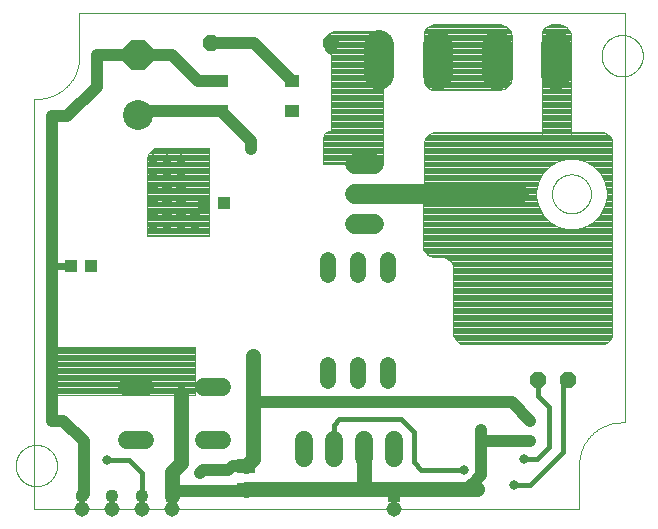
<source format=gbl>
G75*
%MOIN*%
%OFA0B0*%
%FSLAX25Y25*%
%IPPOS*%
%LPD*%
%AMOC8*
5,1,8,0,0,1.08239X$1,22.5*
%
%ADD10C,0.00394*%
%ADD11C,0.00000*%
%ADD12C,0.05937*%
%ADD13R,0.03937X0.04331*%
%ADD14R,0.05118X0.03937*%
%ADD15C,0.10000*%
%ADD16OC8,0.10000*%
%ADD17R,0.04134X0.04252*%
%ADD18C,0.10000*%
%ADD19OC8,0.05200*%
%ADD20C,0.06600*%
%ADD21C,0.05200*%
%ADD22R,0.04362X0.04362*%
%ADD23C,0.04362*%
%ADD24C,0.05150*%
%ADD25R,0.04252X0.04134*%
%ADD26R,0.06299X0.05118*%
%ADD27C,0.06000*%
%ADD28C,0.03169*%
%ADD29C,0.04000*%
%ADD30C,0.05000*%
%ADD31C,0.03200*%
%ADD32C,0.02400*%
%ADD33C,0.01600*%
%ADD34C,0.03562*%
D10*
X0014189Y0005042D02*
X0195882Y0005042D01*
X0195882Y0019609D02*
X0195886Y0019951D01*
X0195899Y0020294D01*
X0195919Y0020636D01*
X0195948Y0020977D01*
X0195985Y0021317D01*
X0196031Y0021657D01*
X0196084Y0021995D01*
X0196146Y0022332D01*
X0196216Y0022667D01*
X0196294Y0023001D01*
X0196380Y0023332D01*
X0196474Y0023662D01*
X0196576Y0023989D01*
X0196685Y0024313D01*
X0196803Y0024635D01*
X0196928Y0024954D01*
X0197061Y0025269D01*
X0197202Y0025582D01*
X0197350Y0025890D01*
X0197505Y0026196D01*
X0197668Y0026497D01*
X0197838Y0026794D01*
X0198015Y0027087D01*
X0198200Y0027376D01*
X0198391Y0027660D01*
X0198589Y0027940D01*
X0198793Y0028214D01*
X0199005Y0028484D01*
X0199222Y0028748D01*
X0199446Y0029007D01*
X0199677Y0029261D01*
X0199913Y0029509D01*
X0200155Y0029751D01*
X0200403Y0029987D01*
X0200657Y0030218D01*
X0200916Y0030442D01*
X0201180Y0030659D01*
X0201450Y0030871D01*
X0201724Y0031075D01*
X0202004Y0031273D01*
X0202288Y0031464D01*
X0202577Y0031649D01*
X0202870Y0031826D01*
X0203167Y0031996D01*
X0203468Y0032159D01*
X0203774Y0032314D01*
X0204082Y0032462D01*
X0204395Y0032603D01*
X0204710Y0032736D01*
X0205029Y0032861D01*
X0205351Y0032979D01*
X0205675Y0033088D01*
X0206002Y0033190D01*
X0206332Y0033284D01*
X0206663Y0033370D01*
X0206997Y0033448D01*
X0207332Y0033518D01*
X0207669Y0033580D01*
X0208007Y0033633D01*
X0208347Y0033679D01*
X0208687Y0033716D01*
X0209028Y0033745D01*
X0209370Y0033765D01*
X0209713Y0033778D01*
X0210055Y0033782D01*
X0211039Y0033782D02*
X0211039Y0170396D01*
X0029346Y0170396D01*
X0029346Y0155830D01*
X0029342Y0155488D01*
X0029329Y0155145D01*
X0029309Y0154803D01*
X0029280Y0154462D01*
X0029243Y0154122D01*
X0029197Y0153782D01*
X0029144Y0153444D01*
X0029082Y0153107D01*
X0029012Y0152772D01*
X0028934Y0152438D01*
X0028848Y0152107D01*
X0028754Y0151777D01*
X0028652Y0151450D01*
X0028543Y0151126D01*
X0028425Y0150804D01*
X0028300Y0150485D01*
X0028167Y0150170D01*
X0028026Y0149857D01*
X0027878Y0149549D01*
X0027723Y0149243D01*
X0027560Y0148942D01*
X0027390Y0148645D01*
X0027213Y0148352D01*
X0027028Y0148063D01*
X0026837Y0147779D01*
X0026639Y0147499D01*
X0026435Y0147225D01*
X0026223Y0146955D01*
X0026006Y0146691D01*
X0025782Y0146432D01*
X0025551Y0146178D01*
X0025315Y0145930D01*
X0025073Y0145688D01*
X0024825Y0145452D01*
X0024571Y0145221D01*
X0024312Y0144997D01*
X0024048Y0144780D01*
X0023778Y0144568D01*
X0023504Y0144364D01*
X0023224Y0144166D01*
X0022940Y0143975D01*
X0022651Y0143790D01*
X0022358Y0143613D01*
X0022061Y0143443D01*
X0021760Y0143280D01*
X0021454Y0143125D01*
X0021146Y0142977D01*
X0020833Y0142836D01*
X0020518Y0142703D01*
X0020199Y0142578D01*
X0019877Y0142460D01*
X0019553Y0142351D01*
X0019226Y0142249D01*
X0018896Y0142155D01*
X0018565Y0142069D01*
X0018231Y0141991D01*
X0017896Y0141921D01*
X0017559Y0141859D01*
X0017221Y0141806D01*
X0016881Y0141760D01*
X0016541Y0141723D01*
X0016200Y0141694D01*
X0015858Y0141674D01*
X0015515Y0141661D01*
X0015173Y0141657D01*
X0014189Y0141656D02*
X0014189Y0005042D01*
X0018272Y0043007D02*
X0018272Y0059007D01*
X0067925Y0059007D01*
X0067925Y0042995D01*
X0024898Y0042995D01*
X0018272Y0043007D01*
X0018272Y0043072D02*
X0067925Y0043072D01*
X0067925Y0043464D02*
X0018272Y0043464D01*
X0018272Y0043856D02*
X0067925Y0043856D01*
X0067925Y0044248D02*
X0018272Y0044248D01*
X0018272Y0044641D02*
X0067925Y0044641D01*
X0067925Y0045033D02*
X0018272Y0045033D01*
X0018272Y0045425D02*
X0067925Y0045425D01*
X0067925Y0045817D02*
X0018272Y0045817D01*
X0018272Y0046210D02*
X0067925Y0046210D01*
X0067925Y0046602D02*
X0018272Y0046602D01*
X0018272Y0046994D02*
X0067925Y0046994D01*
X0067925Y0047386D02*
X0018272Y0047386D01*
X0018272Y0047778D02*
X0067925Y0047778D01*
X0067925Y0048171D02*
X0018272Y0048171D01*
X0018272Y0048563D02*
X0067925Y0048563D01*
X0067925Y0048955D02*
X0018272Y0048955D01*
X0018272Y0049347D02*
X0067925Y0049347D01*
X0067925Y0049739D02*
X0018272Y0049739D01*
X0018272Y0050132D02*
X0067925Y0050132D01*
X0067925Y0050524D02*
X0018272Y0050524D01*
X0018272Y0050916D02*
X0067925Y0050916D01*
X0067925Y0051308D02*
X0018272Y0051308D01*
X0018272Y0051700D02*
X0067925Y0051700D01*
X0067925Y0052093D02*
X0018272Y0052093D01*
X0018272Y0052485D02*
X0067925Y0052485D01*
X0067925Y0052877D02*
X0018272Y0052877D01*
X0018272Y0053269D02*
X0067925Y0053269D01*
X0067925Y0053662D02*
X0018272Y0053662D01*
X0018272Y0054054D02*
X0067925Y0054054D01*
X0067925Y0054446D02*
X0018272Y0054446D01*
X0018272Y0054838D02*
X0067925Y0054838D01*
X0067925Y0055230D02*
X0018272Y0055230D01*
X0018272Y0055623D02*
X0067925Y0055623D01*
X0067925Y0056015D02*
X0018272Y0056015D01*
X0018272Y0056407D02*
X0067925Y0056407D01*
X0067925Y0056799D02*
X0018272Y0056799D01*
X0018272Y0057191D02*
X0067925Y0057191D01*
X0067925Y0057584D02*
X0018272Y0057584D01*
X0018272Y0057976D02*
X0067925Y0057976D01*
X0067925Y0058368D02*
X0018272Y0058368D01*
X0018272Y0058760D02*
X0067925Y0058760D01*
X0072457Y0095987D02*
X0051827Y0095987D01*
X0051827Y0121416D01*
X0051887Y0122100D01*
X0052064Y0122763D01*
X0052354Y0123385D01*
X0052748Y0123947D01*
X0053233Y0124432D01*
X0053795Y0124826D01*
X0054417Y0125116D01*
X0055080Y0125293D01*
X0055764Y0125353D01*
X0072457Y0125353D01*
X0072457Y0095987D01*
X0072457Y0096020D02*
X0051827Y0096020D01*
X0051827Y0096413D02*
X0072457Y0096413D01*
X0072457Y0096805D02*
X0051827Y0096805D01*
X0051827Y0097197D02*
X0072457Y0097197D01*
X0072457Y0097589D02*
X0051827Y0097589D01*
X0051827Y0097982D02*
X0072457Y0097982D01*
X0072457Y0098374D02*
X0051827Y0098374D01*
X0051827Y0098766D02*
X0072457Y0098766D01*
X0072457Y0099158D02*
X0051827Y0099158D01*
X0051827Y0099550D02*
X0072457Y0099550D01*
X0072457Y0099943D02*
X0051827Y0099943D01*
X0051827Y0100335D02*
X0072457Y0100335D01*
X0072457Y0100727D02*
X0051827Y0100727D01*
X0051827Y0101119D02*
X0072457Y0101119D01*
X0072457Y0101511D02*
X0051827Y0101511D01*
X0051827Y0101904D02*
X0072457Y0101904D01*
X0072457Y0102296D02*
X0051827Y0102296D01*
X0051827Y0102688D02*
X0072457Y0102688D01*
X0072457Y0103080D02*
X0051827Y0103080D01*
X0051827Y0103472D02*
X0072457Y0103472D01*
X0072457Y0103865D02*
X0051827Y0103865D01*
X0051827Y0104257D02*
X0072457Y0104257D01*
X0072457Y0104649D02*
X0051827Y0104649D01*
X0051827Y0105041D02*
X0072457Y0105041D01*
X0072457Y0105434D02*
X0051827Y0105434D01*
X0051827Y0105826D02*
X0072457Y0105826D01*
X0072457Y0106218D02*
X0051827Y0106218D01*
X0051827Y0106610D02*
X0072457Y0106610D01*
X0072457Y0107002D02*
X0051827Y0107002D01*
X0051827Y0107395D02*
X0072457Y0107395D01*
X0072457Y0107787D02*
X0051827Y0107787D01*
X0051827Y0108179D02*
X0072457Y0108179D01*
X0072457Y0108571D02*
X0051827Y0108571D01*
X0051827Y0108963D02*
X0072457Y0108963D01*
X0072457Y0109356D02*
X0051827Y0109356D01*
X0051827Y0109748D02*
X0072457Y0109748D01*
X0072457Y0110140D02*
X0051827Y0110140D01*
X0051827Y0110532D02*
X0072457Y0110532D01*
X0072457Y0110925D02*
X0051827Y0110925D01*
X0051827Y0111317D02*
X0072457Y0111317D01*
X0072457Y0111709D02*
X0051827Y0111709D01*
X0051827Y0112101D02*
X0072457Y0112101D01*
X0072457Y0112493D02*
X0051827Y0112493D01*
X0051827Y0112886D02*
X0072457Y0112886D01*
X0072457Y0113278D02*
X0051827Y0113278D01*
X0051827Y0113670D02*
X0072457Y0113670D01*
X0072457Y0114062D02*
X0051827Y0114062D01*
X0051827Y0114454D02*
X0072457Y0114454D01*
X0072457Y0114847D02*
X0051827Y0114847D01*
X0051827Y0115239D02*
X0072457Y0115239D01*
X0072457Y0115631D02*
X0051827Y0115631D01*
X0051827Y0116023D02*
X0072457Y0116023D01*
X0072457Y0116415D02*
X0051827Y0116415D01*
X0051827Y0116808D02*
X0072457Y0116808D01*
X0072457Y0117200D02*
X0051827Y0117200D01*
X0051827Y0117592D02*
X0072457Y0117592D01*
X0072457Y0117984D02*
X0051827Y0117984D01*
X0051827Y0118377D02*
X0072457Y0118377D01*
X0072457Y0118769D02*
X0051827Y0118769D01*
X0051827Y0119161D02*
X0072457Y0119161D01*
X0072457Y0119553D02*
X0051827Y0119553D01*
X0051827Y0119945D02*
X0072457Y0119945D01*
X0072457Y0120338D02*
X0051827Y0120338D01*
X0051827Y0120730D02*
X0072457Y0120730D01*
X0072457Y0121122D02*
X0051827Y0121122D01*
X0051835Y0121514D02*
X0072457Y0121514D01*
X0072457Y0121906D02*
X0051870Y0121906D01*
X0051940Y0122299D02*
X0072457Y0122299D01*
X0072457Y0122691D02*
X0052045Y0122691D01*
X0052214Y0123083D02*
X0072457Y0123083D01*
X0072457Y0123475D02*
X0052418Y0123475D01*
X0052692Y0123868D02*
X0072457Y0123868D01*
X0072457Y0124260D02*
X0053061Y0124260D01*
X0053547Y0124652D02*
X0072457Y0124652D01*
X0072457Y0125044D02*
X0054264Y0125044D01*
X0110528Y0125044D02*
X0130606Y0125044D01*
X0130606Y0124652D02*
X0110528Y0124652D01*
X0110528Y0124260D02*
X0130606Y0124260D01*
X0130606Y0123868D02*
X0110528Y0123868D01*
X0110528Y0123475D02*
X0130606Y0123475D01*
X0130606Y0123083D02*
X0110528Y0123083D01*
X0110528Y0122691D02*
X0130606Y0122691D01*
X0130606Y0122299D02*
X0110528Y0122299D01*
X0110528Y0121906D02*
X0130606Y0121906D01*
X0130606Y0121514D02*
X0110528Y0121514D01*
X0110528Y0121122D02*
X0130606Y0121122D01*
X0130606Y0120730D02*
X0110528Y0120730D01*
X0110528Y0120338D02*
X0130606Y0120338D01*
X0130606Y0120015D02*
X0110528Y0120015D01*
X0110528Y0128270D01*
X0110581Y0128808D01*
X0110737Y0129325D01*
X0110992Y0129802D01*
X0111335Y0130219D01*
X0111752Y0130562D01*
X0112229Y0130817D01*
X0112746Y0130973D01*
X0113283Y0131026D01*
X0113283Y0156617D01*
X0112851Y0156660D01*
X0112435Y0156786D01*
X0112052Y0156990D01*
X0111716Y0157266D01*
X0111440Y0157602D01*
X0111236Y0157985D01*
X0111110Y0158401D01*
X0111067Y0158833D01*
X0111067Y0160330D01*
X0111127Y0161013D01*
X0111304Y0161676D01*
X0111594Y0162298D01*
X0111988Y0162860D01*
X0112473Y0163345D01*
X0113035Y0163739D01*
X0113657Y0164029D01*
X0114320Y0164207D01*
X0115004Y0164267D01*
X0130606Y0164267D01*
X0130606Y0120015D01*
X0130606Y0125436D02*
X0110528Y0125436D01*
X0110528Y0125829D02*
X0130606Y0125829D01*
X0130606Y0126221D02*
X0110528Y0126221D01*
X0110528Y0126613D02*
X0130606Y0126613D01*
X0130606Y0127005D02*
X0110528Y0127005D01*
X0110528Y0127397D02*
X0130606Y0127397D01*
X0130606Y0127790D02*
X0110528Y0127790D01*
X0110528Y0128182D02*
X0130606Y0128182D01*
X0130606Y0128574D02*
X0110557Y0128574D01*
X0110628Y0128966D02*
X0130606Y0128966D01*
X0130606Y0129358D02*
X0110755Y0129358D01*
X0110965Y0129751D02*
X0130606Y0129751D01*
X0130606Y0130143D02*
X0111272Y0130143D01*
X0111720Y0130535D02*
X0130606Y0130535D01*
X0130606Y0130927D02*
X0112594Y0130927D01*
X0113283Y0131320D02*
X0130606Y0131320D01*
X0130606Y0131712D02*
X0113283Y0131712D01*
X0113283Y0132104D02*
X0130606Y0132104D01*
X0130606Y0132496D02*
X0113283Y0132496D01*
X0113283Y0132888D02*
X0130606Y0132888D01*
X0130606Y0133281D02*
X0113283Y0133281D01*
X0113283Y0133673D02*
X0130606Y0133673D01*
X0130606Y0134065D02*
X0113283Y0134065D01*
X0113283Y0134457D02*
X0130606Y0134457D01*
X0130606Y0134849D02*
X0113283Y0134849D01*
X0113283Y0135242D02*
X0130606Y0135242D01*
X0130606Y0135634D02*
X0113283Y0135634D01*
X0113283Y0136026D02*
X0130606Y0136026D01*
X0130606Y0136418D02*
X0113283Y0136418D01*
X0113283Y0136811D02*
X0130606Y0136811D01*
X0130606Y0137203D02*
X0113283Y0137203D01*
X0113283Y0137595D02*
X0130606Y0137595D01*
X0130606Y0137987D02*
X0113283Y0137987D01*
X0113283Y0138379D02*
X0130606Y0138379D01*
X0130606Y0138772D02*
X0113283Y0138772D01*
X0113283Y0139164D02*
X0130606Y0139164D01*
X0130606Y0139556D02*
X0113283Y0139556D01*
X0113283Y0139948D02*
X0130606Y0139948D01*
X0130606Y0140340D02*
X0113283Y0140340D01*
X0113283Y0140733D02*
X0130606Y0140733D01*
X0130606Y0141125D02*
X0113283Y0141125D01*
X0113283Y0141517D02*
X0130606Y0141517D01*
X0130606Y0141909D02*
X0113283Y0141909D01*
X0113283Y0142301D02*
X0130606Y0142301D01*
X0130606Y0142694D02*
X0113283Y0142694D01*
X0113283Y0143086D02*
X0130606Y0143086D01*
X0130606Y0143478D02*
X0113283Y0143478D01*
X0113283Y0143870D02*
X0130606Y0143870D01*
X0130606Y0144263D02*
X0113283Y0144263D01*
X0113283Y0144655D02*
X0130606Y0144655D01*
X0130606Y0145047D02*
X0113283Y0145047D01*
X0113283Y0145439D02*
X0130606Y0145439D01*
X0130606Y0145831D02*
X0113283Y0145831D01*
X0113283Y0146224D02*
X0130606Y0146224D01*
X0130606Y0146616D02*
X0113283Y0146616D01*
X0113283Y0147008D02*
X0130606Y0147008D01*
X0130606Y0147400D02*
X0113283Y0147400D01*
X0113283Y0147792D02*
X0130606Y0147792D01*
X0130606Y0148185D02*
X0113283Y0148185D01*
X0113283Y0148577D02*
X0130606Y0148577D01*
X0130606Y0148969D02*
X0113283Y0148969D01*
X0113283Y0149361D02*
X0130606Y0149361D01*
X0130606Y0149754D02*
X0113283Y0149754D01*
X0113283Y0150146D02*
X0130606Y0150146D01*
X0130606Y0150538D02*
X0113283Y0150538D01*
X0113283Y0150930D02*
X0130606Y0150930D01*
X0130606Y0151322D02*
X0113283Y0151322D01*
X0113283Y0151715D02*
X0130606Y0151715D01*
X0130606Y0152107D02*
X0113283Y0152107D01*
X0113283Y0152499D02*
X0130606Y0152499D01*
X0130606Y0152891D02*
X0113283Y0152891D01*
X0113283Y0153283D02*
X0130606Y0153283D01*
X0130606Y0153676D02*
X0113283Y0153676D01*
X0113283Y0154068D02*
X0130606Y0154068D01*
X0130606Y0154460D02*
X0113283Y0154460D01*
X0113283Y0154852D02*
X0130606Y0154852D01*
X0130606Y0155244D02*
X0113283Y0155244D01*
X0113283Y0155637D02*
X0130606Y0155637D01*
X0130606Y0156029D02*
X0113283Y0156029D01*
X0113283Y0156421D02*
X0130606Y0156421D01*
X0130606Y0156813D02*
X0112383Y0156813D01*
X0111790Y0157206D02*
X0130606Y0157206D01*
X0130606Y0157598D02*
X0111444Y0157598D01*
X0111234Y0157990D02*
X0130606Y0157990D01*
X0130606Y0158382D02*
X0111115Y0158382D01*
X0111073Y0158774D02*
X0130606Y0158774D01*
X0130606Y0159167D02*
X0111067Y0159167D01*
X0111067Y0159559D02*
X0130606Y0159559D01*
X0130606Y0159951D02*
X0111067Y0159951D01*
X0111068Y0160343D02*
X0130606Y0160343D01*
X0130606Y0160735D02*
X0111102Y0160735D01*
X0111157Y0161128D02*
X0130606Y0161128D01*
X0130606Y0161520D02*
X0111262Y0161520D01*
X0111414Y0161912D02*
X0130606Y0161912D01*
X0130606Y0162304D02*
X0111599Y0162304D01*
X0111873Y0162697D02*
X0130606Y0162697D01*
X0130606Y0163089D02*
X0112217Y0163089D01*
X0112667Y0163481D02*
X0130606Y0163481D01*
X0130606Y0163873D02*
X0113323Y0163873D01*
X0114990Y0164265D02*
X0130606Y0164265D01*
X0144117Y0163234D02*
X0144110Y0162522D01*
X0144110Y0148574D01*
X0144117Y0147862D01*
X0144262Y0147166D01*
X0144540Y0146511D01*
X0144941Y0145923D01*
X0145448Y0145425D01*
X0146043Y0145035D01*
X0146703Y0144769D01*
X0147402Y0144637D01*
X0168811Y0144637D01*
X0169560Y0144642D01*
X0170297Y0144776D01*
X0170999Y0145037D01*
X0171645Y0145416D01*
X0172216Y0145901D01*
X0172694Y0146478D01*
X0173064Y0147129D01*
X0173316Y0147835D01*
X0173441Y0148574D01*
X0173441Y0162522D01*
X0173316Y0163261D01*
X0173064Y0163967D01*
X0172694Y0164618D01*
X0172216Y0165195D01*
X0171645Y0165680D01*
X0170999Y0166059D01*
X0170297Y0166320D01*
X0169560Y0166455D01*
X0168811Y0166459D01*
X0147402Y0166459D01*
X0146703Y0166327D01*
X0146043Y0166061D01*
X0145448Y0165671D01*
X0144941Y0165173D01*
X0144540Y0164585D01*
X0144262Y0163930D01*
X0144117Y0163234D01*
X0144115Y0163089D02*
X0173345Y0163089D01*
X0173411Y0162697D02*
X0144112Y0162697D01*
X0144110Y0162304D02*
X0173441Y0162304D01*
X0173441Y0161912D02*
X0144110Y0161912D01*
X0144110Y0161520D02*
X0173441Y0161520D01*
X0173441Y0161128D02*
X0144110Y0161128D01*
X0144110Y0160735D02*
X0173441Y0160735D01*
X0173441Y0160343D02*
X0144110Y0160343D01*
X0144110Y0159951D02*
X0173441Y0159951D01*
X0173441Y0159559D02*
X0144110Y0159559D01*
X0144110Y0159167D02*
X0173441Y0159167D01*
X0173441Y0158774D02*
X0144110Y0158774D01*
X0144110Y0158382D02*
X0173441Y0158382D01*
X0173441Y0157990D02*
X0144110Y0157990D01*
X0144110Y0157598D02*
X0173441Y0157598D01*
X0173441Y0157206D02*
X0144110Y0157206D01*
X0144110Y0156813D02*
X0173441Y0156813D01*
X0173441Y0156421D02*
X0144110Y0156421D01*
X0144110Y0156029D02*
X0173441Y0156029D01*
X0173441Y0155637D02*
X0144110Y0155637D01*
X0144110Y0155244D02*
X0173441Y0155244D01*
X0173441Y0154852D02*
X0144110Y0154852D01*
X0144110Y0154460D02*
X0173441Y0154460D01*
X0173441Y0154068D02*
X0144110Y0154068D01*
X0144110Y0153676D02*
X0173441Y0153676D01*
X0173441Y0153283D02*
X0144110Y0153283D01*
X0144110Y0152891D02*
X0173441Y0152891D01*
X0173441Y0152499D02*
X0144110Y0152499D01*
X0144110Y0152107D02*
X0173441Y0152107D01*
X0173441Y0151715D02*
X0144110Y0151715D01*
X0144110Y0151322D02*
X0173441Y0151322D01*
X0173441Y0150930D02*
X0144110Y0150930D01*
X0144110Y0150538D02*
X0173441Y0150538D01*
X0173441Y0150146D02*
X0144110Y0150146D01*
X0144110Y0149754D02*
X0173441Y0149754D01*
X0173441Y0149361D02*
X0144110Y0149361D01*
X0144110Y0148969D02*
X0173441Y0148969D01*
X0173441Y0148577D02*
X0144110Y0148577D01*
X0144114Y0148185D02*
X0173375Y0148185D01*
X0173301Y0147792D02*
X0144131Y0147792D01*
X0144213Y0147400D02*
X0173161Y0147400D01*
X0172995Y0147008D02*
X0144329Y0147008D01*
X0144496Y0146616D02*
X0172772Y0146616D01*
X0172483Y0146224D02*
X0144736Y0146224D01*
X0145034Y0145831D02*
X0172134Y0145831D01*
X0171673Y0145439D02*
X0145434Y0145439D01*
X0146025Y0145047D02*
X0171016Y0145047D01*
X0169632Y0144655D02*
X0147306Y0144655D01*
X0148191Y0130554D02*
X0203047Y0130554D01*
X0203731Y0130494D01*
X0204394Y0130317D01*
X0205016Y0130026D01*
X0205578Y0129633D01*
X0206063Y0129148D01*
X0206457Y0128585D01*
X0206747Y0127963D01*
X0206924Y0127301D01*
X0206984Y0126617D01*
X0206984Y0063782D01*
X0206924Y0063099D01*
X0206747Y0062436D01*
X0206457Y0061814D01*
X0206063Y0061252D01*
X0205578Y0060766D01*
X0205016Y0060373D01*
X0204394Y0060083D01*
X0203731Y0059905D01*
X0203047Y0059845D01*
X0157890Y0059845D01*
X0157206Y0059905D01*
X0156543Y0060083D01*
X0155921Y0060373D01*
X0155359Y0060766D01*
X0154874Y0061252D01*
X0154480Y0061814D01*
X0154190Y0062436D01*
X0154013Y0063099D01*
X0153953Y0063782D01*
X0153953Y0084963D01*
X0153893Y0085647D01*
X0153715Y0086310D01*
X0153425Y0086932D01*
X0153032Y0087494D01*
X0152546Y0087979D01*
X0151984Y0088373D01*
X0151362Y0088663D01*
X0150699Y0088841D01*
X0150016Y0088900D01*
X0147735Y0088900D01*
X0147045Y0088961D01*
X0146377Y0089142D01*
X0145751Y0089437D01*
X0145186Y0089837D01*
X0144700Y0090330D01*
X0144307Y0090900D01*
X0144021Y0091530D01*
X0143850Y0092201D01*
X0143798Y0092891D01*
X0144255Y0126670D01*
X0144339Y0127430D01*
X0144569Y0128160D01*
X0144936Y0128832D01*
X0145426Y0129419D01*
X0146020Y0129901D01*
X0146697Y0130259D01*
X0147430Y0130480D01*
X0148191Y0130554D01*
X0147998Y0130535D02*
X0203262Y0130535D01*
X0204766Y0130143D02*
X0146477Y0130143D01*
X0145835Y0129751D02*
X0205410Y0129751D01*
X0205852Y0129358D02*
X0145375Y0129358D01*
X0145048Y0128966D02*
X0206190Y0128966D01*
X0206462Y0128574D02*
X0144795Y0128574D01*
X0144581Y0128182D02*
X0206645Y0128182D01*
X0206793Y0127790D02*
X0144452Y0127790D01*
X0144336Y0127397D02*
X0206898Y0127397D01*
X0206950Y0127005D02*
X0144292Y0127005D01*
X0144254Y0126613D02*
X0206984Y0126613D01*
X0206984Y0126221D02*
X0144249Y0126221D01*
X0144243Y0125829D02*
X0206984Y0125829D01*
X0206984Y0125436D02*
X0144238Y0125436D01*
X0144233Y0125044D02*
X0206984Y0125044D01*
X0206984Y0124652D02*
X0144227Y0124652D01*
X0144222Y0124260D02*
X0206984Y0124260D01*
X0206984Y0123868D02*
X0144217Y0123868D01*
X0144211Y0123475D02*
X0206984Y0123475D01*
X0206984Y0123083D02*
X0144206Y0123083D01*
X0144201Y0122691D02*
X0206984Y0122691D01*
X0206984Y0122299D02*
X0144195Y0122299D01*
X0144190Y0121906D02*
X0206984Y0121906D01*
X0206984Y0121514D02*
X0195468Y0121514D01*
X0194894Y0121668D02*
X0191814Y0121668D01*
X0188840Y0120871D01*
X0186172Y0119331D01*
X0183995Y0117153D01*
X0182455Y0114486D01*
X0181657Y0111511D01*
X0181657Y0108431D01*
X0182455Y0105456D01*
X0183995Y0102789D01*
X0186172Y0100611D01*
X0188840Y0099072D01*
X0191814Y0098274D01*
X0194894Y0098274D01*
X0197869Y0099072D01*
X0200536Y0100611D01*
X0202714Y0102789D01*
X0204254Y0105456D01*
X0205051Y0108431D01*
X0205051Y0111511D01*
X0204254Y0114486D01*
X0202714Y0117153D01*
X0200536Y0119331D01*
X0197869Y0120871D01*
X0194894Y0121668D01*
X0196932Y0121122D02*
X0206984Y0121122D01*
X0206984Y0120730D02*
X0198114Y0120730D01*
X0198793Y0120338D02*
X0206984Y0120338D01*
X0206984Y0119945D02*
X0199472Y0119945D01*
X0200152Y0119553D02*
X0206984Y0119553D01*
X0206984Y0119161D02*
X0200706Y0119161D01*
X0201099Y0118769D02*
X0206984Y0118769D01*
X0206984Y0118377D02*
X0201491Y0118377D01*
X0201883Y0117984D02*
X0206984Y0117984D01*
X0206984Y0117592D02*
X0202275Y0117592D01*
X0202668Y0117200D02*
X0206984Y0117200D01*
X0206984Y0116808D02*
X0202914Y0116808D01*
X0203140Y0116415D02*
X0206984Y0116415D01*
X0206984Y0116023D02*
X0203367Y0116023D01*
X0203593Y0115631D02*
X0206984Y0115631D01*
X0206984Y0115239D02*
X0203819Y0115239D01*
X0204046Y0114847D02*
X0206984Y0114847D01*
X0206984Y0114454D02*
X0204263Y0114454D01*
X0204368Y0114062D02*
X0206984Y0114062D01*
X0206984Y0113670D02*
X0204473Y0113670D01*
X0204578Y0113278D02*
X0206984Y0113278D01*
X0206984Y0112886D02*
X0204683Y0112886D01*
X0204788Y0112493D02*
X0206984Y0112493D01*
X0206984Y0112101D02*
X0204893Y0112101D01*
X0204998Y0111709D02*
X0206984Y0111709D01*
X0206984Y0111317D02*
X0205051Y0111317D01*
X0205051Y0110925D02*
X0206984Y0110925D01*
X0206984Y0110532D02*
X0205051Y0110532D01*
X0205051Y0110140D02*
X0206984Y0110140D01*
X0206984Y0109748D02*
X0205051Y0109748D01*
X0205051Y0109356D02*
X0206984Y0109356D01*
X0206984Y0108963D02*
X0205051Y0108963D01*
X0205051Y0108571D02*
X0206984Y0108571D01*
X0206984Y0108179D02*
X0204984Y0108179D01*
X0204878Y0107787D02*
X0206984Y0107787D01*
X0206984Y0107395D02*
X0204773Y0107395D01*
X0204668Y0107002D02*
X0206984Y0107002D01*
X0206984Y0106610D02*
X0204563Y0106610D01*
X0204458Y0106218D02*
X0206984Y0106218D01*
X0206984Y0105826D02*
X0204353Y0105826D01*
X0204241Y0105434D02*
X0206984Y0105434D01*
X0206984Y0105041D02*
X0204014Y0105041D01*
X0203788Y0104649D02*
X0206984Y0104649D01*
X0206984Y0104257D02*
X0203561Y0104257D01*
X0203335Y0103865D02*
X0206984Y0103865D01*
X0206984Y0103472D02*
X0203109Y0103472D01*
X0202882Y0103080D02*
X0206984Y0103080D01*
X0206984Y0102688D02*
X0202613Y0102688D01*
X0202221Y0102296D02*
X0206984Y0102296D01*
X0206984Y0101904D02*
X0201829Y0101904D01*
X0201436Y0101511D02*
X0206984Y0101511D01*
X0206984Y0101119D02*
X0201044Y0101119D01*
X0200652Y0100727D02*
X0206984Y0100727D01*
X0206984Y0100335D02*
X0200057Y0100335D01*
X0199378Y0099943D02*
X0206984Y0099943D01*
X0206984Y0099550D02*
X0198698Y0099550D01*
X0198019Y0099158D02*
X0206984Y0099158D01*
X0206984Y0098766D02*
X0196729Y0098766D01*
X0195265Y0098374D02*
X0206984Y0098374D01*
X0206984Y0097982D02*
X0143867Y0097982D01*
X0143872Y0098374D02*
X0191444Y0098374D01*
X0189980Y0098766D02*
X0143877Y0098766D01*
X0143883Y0099158D02*
X0188689Y0099158D01*
X0188010Y0099550D02*
X0143888Y0099550D01*
X0143893Y0099943D02*
X0187331Y0099943D01*
X0186651Y0100335D02*
X0143899Y0100335D01*
X0143904Y0100727D02*
X0186057Y0100727D01*
X0185665Y0101119D02*
X0143909Y0101119D01*
X0143915Y0101511D02*
X0185272Y0101511D01*
X0184880Y0101904D02*
X0143920Y0101904D01*
X0143925Y0102296D02*
X0184488Y0102296D01*
X0184096Y0102688D02*
X0143930Y0102688D01*
X0143936Y0103080D02*
X0183826Y0103080D01*
X0183600Y0103472D02*
X0143941Y0103472D01*
X0143946Y0103865D02*
X0183374Y0103865D01*
X0183147Y0104257D02*
X0143952Y0104257D01*
X0143957Y0104649D02*
X0182921Y0104649D01*
X0182694Y0105041D02*
X0143962Y0105041D01*
X0143968Y0105434D02*
X0182468Y0105434D01*
X0182356Y0105826D02*
X0143973Y0105826D01*
X0143978Y0106218D02*
X0182251Y0106218D01*
X0182145Y0106610D02*
X0143983Y0106610D01*
X0143989Y0107002D02*
X0182040Y0107002D01*
X0181935Y0107395D02*
X0143994Y0107395D01*
X0143999Y0107787D02*
X0181830Y0107787D01*
X0181725Y0108179D02*
X0144005Y0108179D01*
X0144010Y0108571D02*
X0181657Y0108571D01*
X0181657Y0108963D02*
X0144015Y0108963D01*
X0144021Y0109356D02*
X0181657Y0109356D01*
X0181657Y0109748D02*
X0144026Y0109748D01*
X0144031Y0110140D02*
X0181657Y0110140D01*
X0181657Y0110532D02*
X0144036Y0110532D01*
X0144042Y0110925D02*
X0181657Y0110925D01*
X0181657Y0111317D02*
X0144047Y0111317D01*
X0144052Y0111709D02*
X0181710Y0111709D01*
X0181816Y0112101D02*
X0144058Y0112101D01*
X0144063Y0112493D02*
X0181921Y0112493D01*
X0182026Y0112886D02*
X0144068Y0112886D01*
X0144074Y0113278D02*
X0182131Y0113278D01*
X0182236Y0113670D02*
X0144079Y0113670D01*
X0144084Y0114062D02*
X0182341Y0114062D01*
X0182446Y0114454D02*
X0144089Y0114454D01*
X0144095Y0114847D02*
X0182663Y0114847D01*
X0182889Y0115239D02*
X0144100Y0115239D01*
X0144105Y0115631D02*
X0183116Y0115631D01*
X0183342Y0116023D02*
X0144111Y0116023D01*
X0144116Y0116415D02*
X0183569Y0116415D01*
X0183795Y0116808D02*
X0144121Y0116808D01*
X0144127Y0117200D02*
X0184041Y0117200D01*
X0184433Y0117592D02*
X0144132Y0117592D01*
X0144137Y0117984D02*
X0184826Y0117984D01*
X0185218Y0118377D02*
X0144142Y0118377D01*
X0144148Y0118769D02*
X0185610Y0118769D01*
X0186002Y0119161D02*
X0144153Y0119161D01*
X0144158Y0119553D02*
X0186557Y0119553D01*
X0187236Y0119945D02*
X0144164Y0119945D01*
X0144169Y0120338D02*
X0187916Y0120338D01*
X0188595Y0120730D02*
X0144174Y0120730D01*
X0144180Y0121122D02*
X0189776Y0121122D01*
X0191240Y0121514D02*
X0144185Y0121514D01*
X0143862Y0097589D02*
X0206984Y0097589D01*
X0206984Y0097197D02*
X0143856Y0097197D01*
X0143851Y0096805D02*
X0206984Y0096805D01*
X0206984Y0096413D02*
X0143846Y0096413D01*
X0143840Y0096020D02*
X0206984Y0096020D01*
X0206984Y0095628D02*
X0143835Y0095628D01*
X0143830Y0095236D02*
X0206984Y0095236D01*
X0206984Y0094844D02*
X0143824Y0094844D01*
X0143819Y0094452D02*
X0206984Y0094452D01*
X0206984Y0094059D02*
X0143814Y0094059D01*
X0143809Y0093667D02*
X0206984Y0093667D01*
X0206984Y0093275D02*
X0143803Y0093275D01*
X0143799Y0092883D02*
X0206984Y0092883D01*
X0206984Y0092491D02*
X0143828Y0092491D01*
X0143876Y0092098D02*
X0206984Y0092098D01*
X0206984Y0091706D02*
X0143976Y0091706D01*
X0144119Y0091314D02*
X0206984Y0091314D01*
X0206984Y0090922D02*
X0144298Y0090922D01*
X0144562Y0090529D02*
X0206984Y0090529D01*
X0206984Y0090137D02*
X0144890Y0090137D01*
X0145316Y0089745D02*
X0206984Y0089745D01*
X0206984Y0089353D02*
X0145929Y0089353D01*
X0147052Y0088961D02*
X0206984Y0088961D01*
X0206984Y0088568D02*
X0151565Y0088568D01*
X0152265Y0088176D02*
X0206984Y0088176D01*
X0206984Y0087784D02*
X0152742Y0087784D01*
X0153103Y0087392D02*
X0206984Y0087392D01*
X0206984Y0087000D02*
X0153378Y0087000D01*
X0153577Y0086607D02*
X0206984Y0086607D01*
X0206984Y0086215D02*
X0153741Y0086215D01*
X0153846Y0085823D02*
X0206984Y0085823D01*
X0206984Y0085431D02*
X0153912Y0085431D01*
X0153946Y0085039D02*
X0206984Y0085039D01*
X0206984Y0084646D02*
X0153953Y0084646D01*
X0153953Y0084254D02*
X0206984Y0084254D01*
X0206984Y0083862D02*
X0153953Y0083862D01*
X0153953Y0083470D02*
X0206984Y0083470D01*
X0206984Y0083077D02*
X0153953Y0083077D01*
X0153953Y0082685D02*
X0206984Y0082685D01*
X0206984Y0082293D02*
X0153953Y0082293D01*
X0153953Y0081901D02*
X0206984Y0081901D01*
X0206984Y0081509D02*
X0153953Y0081509D01*
X0153953Y0081116D02*
X0206984Y0081116D01*
X0206984Y0080724D02*
X0153953Y0080724D01*
X0153953Y0080332D02*
X0206984Y0080332D01*
X0206984Y0079940D02*
X0153953Y0079940D01*
X0153953Y0079548D02*
X0206984Y0079548D01*
X0206984Y0079155D02*
X0153953Y0079155D01*
X0153953Y0078763D02*
X0206984Y0078763D01*
X0206984Y0078371D02*
X0153953Y0078371D01*
X0153953Y0077979D02*
X0206984Y0077979D01*
X0206984Y0077586D02*
X0153953Y0077586D01*
X0153953Y0077194D02*
X0206984Y0077194D01*
X0206984Y0076802D02*
X0153953Y0076802D01*
X0153953Y0076410D02*
X0206984Y0076410D01*
X0206984Y0076018D02*
X0153953Y0076018D01*
X0153953Y0075625D02*
X0206984Y0075625D01*
X0206984Y0075233D02*
X0153953Y0075233D01*
X0153953Y0074841D02*
X0206984Y0074841D01*
X0206984Y0074449D02*
X0153953Y0074449D01*
X0153953Y0074057D02*
X0206984Y0074057D01*
X0206984Y0073664D02*
X0153953Y0073664D01*
X0153953Y0073272D02*
X0206984Y0073272D01*
X0206984Y0072880D02*
X0153953Y0072880D01*
X0153953Y0072488D02*
X0206984Y0072488D01*
X0206984Y0072096D02*
X0153953Y0072096D01*
X0153953Y0071703D02*
X0206984Y0071703D01*
X0206984Y0071311D02*
X0153953Y0071311D01*
X0153953Y0070919D02*
X0206984Y0070919D01*
X0206984Y0070527D02*
X0153953Y0070527D01*
X0153953Y0070134D02*
X0206984Y0070134D01*
X0206984Y0069742D02*
X0153953Y0069742D01*
X0153953Y0069350D02*
X0206984Y0069350D01*
X0206984Y0068958D02*
X0153953Y0068958D01*
X0153953Y0068566D02*
X0206984Y0068566D01*
X0206984Y0068173D02*
X0153953Y0068173D01*
X0153953Y0067781D02*
X0206984Y0067781D01*
X0206984Y0067389D02*
X0153953Y0067389D01*
X0153953Y0066997D02*
X0206984Y0066997D01*
X0206984Y0066605D02*
X0153953Y0066605D01*
X0153953Y0066212D02*
X0206984Y0066212D01*
X0206984Y0065820D02*
X0153953Y0065820D01*
X0153953Y0065428D02*
X0206984Y0065428D01*
X0206984Y0065036D02*
X0153953Y0065036D01*
X0153953Y0064643D02*
X0206984Y0064643D01*
X0206984Y0064251D02*
X0153953Y0064251D01*
X0153953Y0063859D02*
X0206984Y0063859D01*
X0206957Y0063467D02*
X0153980Y0063467D01*
X0154019Y0063075D02*
X0206918Y0063075D01*
X0206813Y0062682D02*
X0154124Y0062682D01*
X0154258Y0062290D02*
X0206679Y0062290D01*
X0206496Y0061898D02*
X0154441Y0061898D01*
X0154696Y0061506D02*
X0206241Y0061506D01*
X0205925Y0061114D02*
X0155012Y0061114D01*
X0155423Y0060721D02*
X0205514Y0060721D01*
X0204922Y0060329D02*
X0156015Y0060329D01*
X0157087Y0059937D02*
X0203850Y0059937D01*
X0193323Y0128574D02*
X0183480Y0128574D01*
X0193323Y0128574D01*
X0193323Y0162522D01*
X0193181Y0163275D01*
X0192911Y0163991D01*
X0192521Y0164649D01*
X0192022Y0165230D01*
X0191430Y0165715D01*
X0190763Y0166091D01*
X0190040Y0166344D01*
X0189285Y0166468D01*
X0188520Y0166459D01*
X0186772Y0166459D01*
X0186073Y0166327D01*
X0185413Y0166061D01*
X0184818Y0165671D01*
X0184311Y0165173D01*
X0183910Y0164585D01*
X0183632Y0163930D01*
X0183487Y0163234D01*
X0183480Y0162522D01*
X0183480Y0128574D01*
X0183480Y0128966D02*
X0193323Y0128966D01*
X0193323Y0129358D02*
X0183480Y0129358D01*
X0183480Y0129751D02*
X0193323Y0129751D01*
X0193323Y0130143D02*
X0183480Y0130143D01*
X0183480Y0130535D02*
X0193323Y0130535D01*
X0193323Y0130927D02*
X0183480Y0130927D01*
X0183480Y0131320D02*
X0193323Y0131320D01*
X0193323Y0131712D02*
X0183480Y0131712D01*
X0183480Y0132104D02*
X0193323Y0132104D01*
X0193323Y0132496D02*
X0183480Y0132496D01*
X0183480Y0132888D02*
X0193323Y0132888D01*
X0193323Y0133281D02*
X0183480Y0133281D01*
X0183480Y0133673D02*
X0193323Y0133673D01*
X0193323Y0134065D02*
X0183480Y0134065D01*
X0183480Y0134457D02*
X0193323Y0134457D01*
X0193323Y0134849D02*
X0183480Y0134849D01*
X0183480Y0135242D02*
X0193323Y0135242D01*
X0193323Y0135634D02*
X0183480Y0135634D01*
X0183480Y0136026D02*
X0193323Y0136026D01*
X0193323Y0136418D02*
X0183480Y0136418D01*
X0183480Y0136811D02*
X0193323Y0136811D01*
X0193323Y0137203D02*
X0183480Y0137203D01*
X0183480Y0137595D02*
X0193323Y0137595D01*
X0193323Y0137987D02*
X0183480Y0137987D01*
X0183480Y0138379D02*
X0193323Y0138379D01*
X0193323Y0138772D02*
X0183480Y0138772D01*
X0183480Y0139164D02*
X0193323Y0139164D01*
X0193323Y0139556D02*
X0183480Y0139556D01*
X0183480Y0139948D02*
X0193323Y0139948D01*
X0193323Y0140340D02*
X0183480Y0140340D01*
X0183480Y0140733D02*
X0193323Y0140733D01*
X0193323Y0141125D02*
X0183480Y0141125D01*
X0183480Y0141517D02*
X0193323Y0141517D01*
X0193323Y0141909D02*
X0183480Y0141909D01*
X0183480Y0142301D02*
X0193323Y0142301D01*
X0193323Y0142694D02*
X0183480Y0142694D01*
X0183480Y0143086D02*
X0193323Y0143086D01*
X0193323Y0143478D02*
X0183480Y0143478D01*
X0183480Y0143870D02*
X0193323Y0143870D01*
X0193323Y0144263D02*
X0183480Y0144263D01*
X0183480Y0144655D02*
X0193323Y0144655D01*
X0193323Y0145047D02*
X0183480Y0145047D01*
X0183480Y0145439D02*
X0193323Y0145439D01*
X0193323Y0145831D02*
X0183480Y0145831D01*
X0183480Y0146224D02*
X0193323Y0146224D01*
X0193323Y0146616D02*
X0183480Y0146616D01*
X0183480Y0147008D02*
X0193323Y0147008D01*
X0193323Y0147400D02*
X0183480Y0147400D01*
X0183480Y0147792D02*
X0193323Y0147792D01*
X0193323Y0148185D02*
X0183480Y0148185D01*
X0183480Y0148577D02*
X0193323Y0148577D01*
X0193323Y0148969D02*
X0183480Y0148969D01*
X0183480Y0149361D02*
X0193323Y0149361D01*
X0193323Y0149754D02*
X0183480Y0149754D01*
X0183480Y0150146D02*
X0193323Y0150146D01*
X0193323Y0150538D02*
X0183480Y0150538D01*
X0183480Y0150930D02*
X0193323Y0150930D01*
X0193323Y0151322D02*
X0183480Y0151322D01*
X0183480Y0151715D02*
X0193323Y0151715D01*
X0193323Y0152107D02*
X0183480Y0152107D01*
X0183480Y0152499D02*
X0193323Y0152499D01*
X0193323Y0152891D02*
X0183480Y0152891D01*
X0183480Y0153283D02*
X0193323Y0153283D01*
X0193323Y0153676D02*
X0183480Y0153676D01*
X0183480Y0154068D02*
X0193323Y0154068D01*
X0193323Y0154460D02*
X0183480Y0154460D01*
X0183480Y0154852D02*
X0193323Y0154852D01*
X0193323Y0155244D02*
X0183480Y0155244D01*
X0183480Y0155637D02*
X0193323Y0155637D01*
X0193323Y0156029D02*
X0183480Y0156029D01*
X0183480Y0156421D02*
X0193323Y0156421D01*
X0193323Y0156813D02*
X0183480Y0156813D01*
X0183480Y0157206D02*
X0193323Y0157206D01*
X0193323Y0157598D02*
X0183480Y0157598D01*
X0183480Y0157990D02*
X0193323Y0157990D01*
X0193323Y0158382D02*
X0183480Y0158382D01*
X0183480Y0158774D02*
X0193323Y0158774D01*
X0193323Y0159167D02*
X0183480Y0159167D01*
X0183480Y0159559D02*
X0193323Y0159559D01*
X0193323Y0159951D02*
X0183480Y0159951D01*
X0183480Y0160343D02*
X0193323Y0160343D01*
X0193323Y0160735D02*
X0183480Y0160735D01*
X0183480Y0161128D02*
X0193323Y0161128D01*
X0193323Y0161520D02*
X0183480Y0161520D01*
X0183480Y0161912D02*
X0193323Y0161912D01*
X0193323Y0162304D02*
X0183480Y0162304D01*
X0183482Y0162697D02*
X0193290Y0162697D01*
X0193216Y0163089D02*
X0183485Y0163089D01*
X0183538Y0163481D02*
X0193103Y0163481D01*
X0192956Y0163873D02*
X0183620Y0163873D01*
X0183774Y0164265D02*
X0192749Y0164265D01*
X0192514Y0164658D02*
X0183960Y0164658D01*
X0184227Y0165050D02*
X0192177Y0165050D01*
X0191764Y0165442D02*
X0184585Y0165442D01*
X0185067Y0165834D02*
X0191219Y0165834D01*
X0190376Y0166226D02*
X0185823Y0166226D01*
X0173237Y0163481D02*
X0144168Y0163481D01*
X0144250Y0163873D02*
X0173097Y0163873D01*
X0172894Y0164265D02*
X0144404Y0164265D01*
X0144590Y0164658D02*
X0172661Y0164658D01*
X0172336Y0165050D02*
X0144857Y0165050D01*
X0145215Y0165442D02*
X0171925Y0165442D01*
X0171382Y0165834D02*
X0145697Y0165834D01*
X0146453Y0166226D02*
X0170548Y0166226D01*
D11*
X0203362Y0156026D02*
X0203364Y0156195D01*
X0203370Y0156364D01*
X0203381Y0156533D01*
X0203395Y0156701D01*
X0203414Y0156869D01*
X0203437Y0157037D01*
X0203463Y0157204D01*
X0203494Y0157370D01*
X0203529Y0157536D01*
X0203568Y0157700D01*
X0203612Y0157864D01*
X0203659Y0158026D01*
X0203710Y0158187D01*
X0203765Y0158347D01*
X0203824Y0158506D01*
X0203886Y0158663D01*
X0203953Y0158818D01*
X0204024Y0158972D01*
X0204098Y0159124D01*
X0204176Y0159274D01*
X0204257Y0159422D01*
X0204342Y0159568D01*
X0204431Y0159712D01*
X0204523Y0159854D01*
X0204619Y0159993D01*
X0204718Y0160130D01*
X0204820Y0160265D01*
X0204926Y0160397D01*
X0205035Y0160526D01*
X0205147Y0160653D01*
X0205262Y0160777D01*
X0205380Y0160898D01*
X0205501Y0161016D01*
X0205625Y0161131D01*
X0205752Y0161243D01*
X0205881Y0161352D01*
X0206013Y0161458D01*
X0206148Y0161560D01*
X0206285Y0161659D01*
X0206424Y0161755D01*
X0206566Y0161847D01*
X0206710Y0161936D01*
X0206856Y0162021D01*
X0207004Y0162102D01*
X0207154Y0162180D01*
X0207306Y0162254D01*
X0207460Y0162325D01*
X0207615Y0162392D01*
X0207772Y0162454D01*
X0207931Y0162513D01*
X0208091Y0162568D01*
X0208252Y0162619D01*
X0208414Y0162666D01*
X0208578Y0162710D01*
X0208742Y0162749D01*
X0208908Y0162784D01*
X0209074Y0162815D01*
X0209241Y0162841D01*
X0209409Y0162864D01*
X0209577Y0162883D01*
X0209745Y0162897D01*
X0209914Y0162908D01*
X0210083Y0162914D01*
X0210252Y0162916D01*
X0210421Y0162914D01*
X0210590Y0162908D01*
X0210759Y0162897D01*
X0210927Y0162883D01*
X0211095Y0162864D01*
X0211263Y0162841D01*
X0211430Y0162815D01*
X0211596Y0162784D01*
X0211762Y0162749D01*
X0211926Y0162710D01*
X0212090Y0162666D01*
X0212252Y0162619D01*
X0212413Y0162568D01*
X0212573Y0162513D01*
X0212732Y0162454D01*
X0212889Y0162392D01*
X0213044Y0162325D01*
X0213198Y0162254D01*
X0213350Y0162180D01*
X0213500Y0162102D01*
X0213648Y0162021D01*
X0213794Y0161936D01*
X0213938Y0161847D01*
X0214080Y0161755D01*
X0214219Y0161659D01*
X0214356Y0161560D01*
X0214491Y0161458D01*
X0214623Y0161352D01*
X0214752Y0161243D01*
X0214879Y0161131D01*
X0215003Y0161016D01*
X0215124Y0160898D01*
X0215242Y0160777D01*
X0215357Y0160653D01*
X0215469Y0160526D01*
X0215578Y0160397D01*
X0215684Y0160265D01*
X0215786Y0160130D01*
X0215885Y0159993D01*
X0215981Y0159854D01*
X0216073Y0159712D01*
X0216162Y0159568D01*
X0216247Y0159422D01*
X0216328Y0159274D01*
X0216406Y0159124D01*
X0216480Y0158972D01*
X0216551Y0158818D01*
X0216618Y0158663D01*
X0216680Y0158506D01*
X0216739Y0158347D01*
X0216794Y0158187D01*
X0216845Y0158026D01*
X0216892Y0157864D01*
X0216936Y0157700D01*
X0216975Y0157536D01*
X0217010Y0157370D01*
X0217041Y0157204D01*
X0217067Y0157037D01*
X0217090Y0156869D01*
X0217109Y0156701D01*
X0217123Y0156533D01*
X0217134Y0156364D01*
X0217140Y0156195D01*
X0217142Y0156026D01*
X0217140Y0155857D01*
X0217134Y0155688D01*
X0217123Y0155519D01*
X0217109Y0155351D01*
X0217090Y0155183D01*
X0217067Y0155015D01*
X0217041Y0154848D01*
X0217010Y0154682D01*
X0216975Y0154516D01*
X0216936Y0154352D01*
X0216892Y0154188D01*
X0216845Y0154026D01*
X0216794Y0153865D01*
X0216739Y0153705D01*
X0216680Y0153546D01*
X0216618Y0153389D01*
X0216551Y0153234D01*
X0216480Y0153080D01*
X0216406Y0152928D01*
X0216328Y0152778D01*
X0216247Y0152630D01*
X0216162Y0152484D01*
X0216073Y0152340D01*
X0215981Y0152198D01*
X0215885Y0152059D01*
X0215786Y0151922D01*
X0215684Y0151787D01*
X0215578Y0151655D01*
X0215469Y0151526D01*
X0215357Y0151399D01*
X0215242Y0151275D01*
X0215124Y0151154D01*
X0215003Y0151036D01*
X0214879Y0150921D01*
X0214752Y0150809D01*
X0214623Y0150700D01*
X0214491Y0150594D01*
X0214356Y0150492D01*
X0214219Y0150393D01*
X0214080Y0150297D01*
X0213938Y0150205D01*
X0213794Y0150116D01*
X0213648Y0150031D01*
X0213500Y0149950D01*
X0213350Y0149872D01*
X0213198Y0149798D01*
X0213044Y0149727D01*
X0212889Y0149660D01*
X0212732Y0149598D01*
X0212573Y0149539D01*
X0212413Y0149484D01*
X0212252Y0149433D01*
X0212090Y0149386D01*
X0211926Y0149342D01*
X0211762Y0149303D01*
X0211596Y0149268D01*
X0211430Y0149237D01*
X0211263Y0149211D01*
X0211095Y0149188D01*
X0210927Y0149169D01*
X0210759Y0149155D01*
X0210590Y0149144D01*
X0210421Y0149138D01*
X0210252Y0149136D01*
X0210083Y0149138D01*
X0209914Y0149144D01*
X0209745Y0149155D01*
X0209577Y0149169D01*
X0209409Y0149188D01*
X0209241Y0149211D01*
X0209074Y0149237D01*
X0208908Y0149268D01*
X0208742Y0149303D01*
X0208578Y0149342D01*
X0208414Y0149386D01*
X0208252Y0149433D01*
X0208091Y0149484D01*
X0207931Y0149539D01*
X0207772Y0149598D01*
X0207615Y0149660D01*
X0207460Y0149727D01*
X0207306Y0149798D01*
X0207154Y0149872D01*
X0207004Y0149950D01*
X0206856Y0150031D01*
X0206710Y0150116D01*
X0206566Y0150205D01*
X0206424Y0150297D01*
X0206285Y0150393D01*
X0206148Y0150492D01*
X0206013Y0150594D01*
X0205881Y0150700D01*
X0205752Y0150809D01*
X0205625Y0150921D01*
X0205501Y0151036D01*
X0205380Y0151154D01*
X0205262Y0151275D01*
X0205147Y0151399D01*
X0205035Y0151526D01*
X0204926Y0151655D01*
X0204820Y0151787D01*
X0204718Y0151922D01*
X0204619Y0152059D01*
X0204523Y0152198D01*
X0204431Y0152340D01*
X0204342Y0152484D01*
X0204257Y0152630D01*
X0204176Y0152778D01*
X0204098Y0152928D01*
X0204024Y0153080D01*
X0203953Y0153234D01*
X0203886Y0153389D01*
X0203824Y0153546D01*
X0203765Y0153705D01*
X0203710Y0153865D01*
X0203659Y0154026D01*
X0203612Y0154188D01*
X0203568Y0154352D01*
X0203529Y0154516D01*
X0203494Y0154682D01*
X0203463Y0154848D01*
X0203437Y0155015D01*
X0203414Y0155183D01*
X0203395Y0155351D01*
X0203381Y0155519D01*
X0203370Y0155688D01*
X0203364Y0155857D01*
X0203362Y0156026D01*
X0186854Y0109971D02*
X0186856Y0110132D01*
X0186862Y0110292D01*
X0186872Y0110453D01*
X0186886Y0110613D01*
X0186904Y0110773D01*
X0186925Y0110932D01*
X0186951Y0111091D01*
X0186981Y0111249D01*
X0187014Y0111406D01*
X0187052Y0111563D01*
X0187093Y0111718D01*
X0187138Y0111872D01*
X0187187Y0112025D01*
X0187240Y0112177D01*
X0187296Y0112328D01*
X0187357Y0112477D01*
X0187420Y0112625D01*
X0187488Y0112771D01*
X0187559Y0112915D01*
X0187633Y0113057D01*
X0187711Y0113198D01*
X0187793Y0113336D01*
X0187878Y0113473D01*
X0187966Y0113607D01*
X0188058Y0113739D01*
X0188153Y0113869D01*
X0188251Y0113997D01*
X0188352Y0114122D01*
X0188456Y0114244D01*
X0188563Y0114364D01*
X0188673Y0114481D01*
X0188786Y0114596D01*
X0188902Y0114707D01*
X0189021Y0114816D01*
X0189142Y0114921D01*
X0189266Y0115024D01*
X0189392Y0115124D01*
X0189520Y0115220D01*
X0189651Y0115313D01*
X0189785Y0115403D01*
X0189920Y0115490D01*
X0190058Y0115573D01*
X0190197Y0115653D01*
X0190339Y0115729D01*
X0190482Y0115802D01*
X0190627Y0115871D01*
X0190774Y0115937D01*
X0190922Y0115999D01*
X0191072Y0116057D01*
X0191223Y0116112D01*
X0191376Y0116163D01*
X0191530Y0116210D01*
X0191685Y0116253D01*
X0191841Y0116292D01*
X0191997Y0116328D01*
X0192155Y0116359D01*
X0192313Y0116387D01*
X0192472Y0116411D01*
X0192632Y0116431D01*
X0192792Y0116447D01*
X0192952Y0116459D01*
X0193113Y0116467D01*
X0193274Y0116471D01*
X0193434Y0116471D01*
X0193595Y0116467D01*
X0193756Y0116459D01*
X0193916Y0116447D01*
X0194076Y0116431D01*
X0194236Y0116411D01*
X0194395Y0116387D01*
X0194553Y0116359D01*
X0194711Y0116328D01*
X0194867Y0116292D01*
X0195023Y0116253D01*
X0195178Y0116210D01*
X0195332Y0116163D01*
X0195485Y0116112D01*
X0195636Y0116057D01*
X0195786Y0115999D01*
X0195934Y0115937D01*
X0196081Y0115871D01*
X0196226Y0115802D01*
X0196369Y0115729D01*
X0196511Y0115653D01*
X0196650Y0115573D01*
X0196788Y0115490D01*
X0196923Y0115403D01*
X0197057Y0115313D01*
X0197188Y0115220D01*
X0197316Y0115124D01*
X0197442Y0115024D01*
X0197566Y0114921D01*
X0197687Y0114816D01*
X0197806Y0114707D01*
X0197922Y0114596D01*
X0198035Y0114481D01*
X0198145Y0114364D01*
X0198252Y0114244D01*
X0198356Y0114122D01*
X0198457Y0113997D01*
X0198555Y0113869D01*
X0198650Y0113739D01*
X0198742Y0113607D01*
X0198830Y0113473D01*
X0198915Y0113336D01*
X0198997Y0113198D01*
X0199075Y0113057D01*
X0199149Y0112915D01*
X0199220Y0112771D01*
X0199288Y0112625D01*
X0199351Y0112477D01*
X0199412Y0112328D01*
X0199468Y0112177D01*
X0199521Y0112025D01*
X0199570Y0111872D01*
X0199615Y0111718D01*
X0199656Y0111563D01*
X0199694Y0111406D01*
X0199727Y0111249D01*
X0199757Y0111091D01*
X0199783Y0110932D01*
X0199804Y0110773D01*
X0199822Y0110613D01*
X0199836Y0110453D01*
X0199846Y0110292D01*
X0199852Y0110132D01*
X0199854Y0109971D01*
X0199852Y0109810D01*
X0199846Y0109650D01*
X0199836Y0109489D01*
X0199822Y0109329D01*
X0199804Y0109169D01*
X0199783Y0109010D01*
X0199757Y0108851D01*
X0199727Y0108693D01*
X0199694Y0108536D01*
X0199656Y0108379D01*
X0199615Y0108224D01*
X0199570Y0108070D01*
X0199521Y0107917D01*
X0199468Y0107765D01*
X0199412Y0107614D01*
X0199351Y0107465D01*
X0199288Y0107317D01*
X0199220Y0107171D01*
X0199149Y0107027D01*
X0199075Y0106885D01*
X0198997Y0106744D01*
X0198915Y0106606D01*
X0198830Y0106469D01*
X0198742Y0106335D01*
X0198650Y0106203D01*
X0198555Y0106073D01*
X0198457Y0105945D01*
X0198356Y0105820D01*
X0198252Y0105698D01*
X0198145Y0105578D01*
X0198035Y0105461D01*
X0197922Y0105346D01*
X0197806Y0105235D01*
X0197687Y0105126D01*
X0197566Y0105021D01*
X0197442Y0104918D01*
X0197316Y0104818D01*
X0197188Y0104722D01*
X0197057Y0104629D01*
X0196923Y0104539D01*
X0196788Y0104452D01*
X0196650Y0104369D01*
X0196511Y0104289D01*
X0196369Y0104213D01*
X0196226Y0104140D01*
X0196081Y0104071D01*
X0195934Y0104005D01*
X0195786Y0103943D01*
X0195636Y0103885D01*
X0195485Y0103830D01*
X0195332Y0103779D01*
X0195178Y0103732D01*
X0195023Y0103689D01*
X0194867Y0103650D01*
X0194711Y0103614D01*
X0194553Y0103583D01*
X0194395Y0103555D01*
X0194236Y0103531D01*
X0194076Y0103511D01*
X0193916Y0103495D01*
X0193756Y0103483D01*
X0193595Y0103475D01*
X0193434Y0103471D01*
X0193274Y0103471D01*
X0193113Y0103475D01*
X0192952Y0103483D01*
X0192792Y0103495D01*
X0192632Y0103511D01*
X0192472Y0103531D01*
X0192313Y0103555D01*
X0192155Y0103583D01*
X0191997Y0103614D01*
X0191841Y0103650D01*
X0191685Y0103689D01*
X0191530Y0103732D01*
X0191376Y0103779D01*
X0191223Y0103830D01*
X0191072Y0103885D01*
X0190922Y0103943D01*
X0190774Y0104005D01*
X0190627Y0104071D01*
X0190482Y0104140D01*
X0190339Y0104213D01*
X0190197Y0104289D01*
X0190058Y0104369D01*
X0189920Y0104452D01*
X0189785Y0104539D01*
X0189651Y0104629D01*
X0189520Y0104722D01*
X0189392Y0104818D01*
X0189266Y0104918D01*
X0189142Y0105021D01*
X0189021Y0105126D01*
X0188902Y0105235D01*
X0188786Y0105346D01*
X0188673Y0105461D01*
X0188563Y0105578D01*
X0188456Y0105698D01*
X0188352Y0105820D01*
X0188251Y0105945D01*
X0188153Y0106073D01*
X0188058Y0106203D01*
X0187966Y0106335D01*
X0187878Y0106469D01*
X0187793Y0106606D01*
X0187711Y0106744D01*
X0187633Y0106885D01*
X0187559Y0107027D01*
X0187488Y0107171D01*
X0187420Y0107317D01*
X0187357Y0107465D01*
X0187296Y0107614D01*
X0187240Y0107765D01*
X0187187Y0107917D01*
X0187138Y0108070D01*
X0187093Y0108224D01*
X0187052Y0108379D01*
X0187014Y0108536D01*
X0186981Y0108693D01*
X0186951Y0108851D01*
X0186925Y0109010D01*
X0186904Y0109169D01*
X0186886Y0109329D01*
X0186872Y0109489D01*
X0186862Y0109650D01*
X0186856Y0109810D01*
X0186854Y0109971D01*
X0210055Y0033782D02*
X0211039Y0033782D01*
X0195882Y0019609D02*
X0195882Y0005042D01*
X0008086Y0019412D02*
X0008088Y0019581D01*
X0008094Y0019750D01*
X0008105Y0019919D01*
X0008119Y0020087D01*
X0008138Y0020255D01*
X0008161Y0020423D01*
X0008187Y0020590D01*
X0008218Y0020756D01*
X0008253Y0020922D01*
X0008292Y0021086D01*
X0008336Y0021250D01*
X0008383Y0021412D01*
X0008434Y0021573D01*
X0008489Y0021733D01*
X0008548Y0021892D01*
X0008610Y0022049D01*
X0008677Y0022204D01*
X0008748Y0022358D01*
X0008822Y0022510D01*
X0008900Y0022660D01*
X0008981Y0022808D01*
X0009066Y0022954D01*
X0009155Y0023098D01*
X0009247Y0023240D01*
X0009343Y0023379D01*
X0009442Y0023516D01*
X0009544Y0023651D01*
X0009650Y0023783D01*
X0009759Y0023912D01*
X0009871Y0024039D01*
X0009986Y0024163D01*
X0010104Y0024284D01*
X0010225Y0024402D01*
X0010349Y0024517D01*
X0010476Y0024629D01*
X0010605Y0024738D01*
X0010737Y0024844D01*
X0010872Y0024946D01*
X0011009Y0025045D01*
X0011148Y0025141D01*
X0011290Y0025233D01*
X0011434Y0025322D01*
X0011580Y0025407D01*
X0011728Y0025488D01*
X0011878Y0025566D01*
X0012030Y0025640D01*
X0012184Y0025711D01*
X0012339Y0025778D01*
X0012496Y0025840D01*
X0012655Y0025899D01*
X0012815Y0025954D01*
X0012976Y0026005D01*
X0013138Y0026052D01*
X0013302Y0026096D01*
X0013466Y0026135D01*
X0013632Y0026170D01*
X0013798Y0026201D01*
X0013965Y0026227D01*
X0014133Y0026250D01*
X0014301Y0026269D01*
X0014469Y0026283D01*
X0014638Y0026294D01*
X0014807Y0026300D01*
X0014976Y0026302D01*
X0015145Y0026300D01*
X0015314Y0026294D01*
X0015483Y0026283D01*
X0015651Y0026269D01*
X0015819Y0026250D01*
X0015987Y0026227D01*
X0016154Y0026201D01*
X0016320Y0026170D01*
X0016486Y0026135D01*
X0016650Y0026096D01*
X0016814Y0026052D01*
X0016976Y0026005D01*
X0017137Y0025954D01*
X0017297Y0025899D01*
X0017456Y0025840D01*
X0017613Y0025778D01*
X0017768Y0025711D01*
X0017922Y0025640D01*
X0018074Y0025566D01*
X0018224Y0025488D01*
X0018372Y0025407D01*
X0018518Y0025322D01*
X0018662Y0025233D01*
X0018804Y0025141D01*
X0018943Y0025045D01*
X0019080Y0024946D01*
X0019215Y0024844D01*
X0019347Y0024738D01*
X0019476Y0024629D01*
X0019603Y0024517D01*
X0019727Y0024402D01*
X0019848Y0024284D01*
X0019966Y0024163D01*
X0020081Y0024039D01*
X0020193Y0023912D01*
X0020302Y0023783D01*
X0020408Y0023651D01*
X0020510Y0023516D01*
X0020609Y0023379D01*
X0020705Y0023240D01*
X0020797Y0023098D01*
X0020886Y0022954D01*
X0020971Y0022808D01*
X0021052Y0022660D01*
X0021130Y0022510D01*
X0021204Y0022358D01*
X0021275Y0022204D01*
X0021342Y0022049D01*
X0021404Y0021892D01*
X0021463Y0021733D01*
X0021518Y0021573D01*
X0021569Y0021412D01*
X0021616Y0021250D01*
X0021660Y0021086D01*
X0021699Y0020922D01*
X0021734Y0020756D01*
X0021765Y0020590D01*
X0021791Y0020423D01*
X0021814Y0020255D01*
X0021833Y0020087D01*
X0021847Y0019919D01*
X0021858Y0019750D01*
X0021864Y0019581D01*
X0021866Y0019412D01*
X0021864Y0019243D01*
X0021858Y0019074D01*
X0021847Y0018905D01*
X0021833Y0018737D01*
X0021814Y0018569D01*
X0021791Y0018401D01*
X0021765Y0018234D01*
X0021734Y0018068D01*
X0021699Y0017902D01*
X0021660Y0017738D01*
X0021616Y0017574D01*
X0021569Y0017412D01*
X0021518Y0017251D01*
X0021463Y0017091D01*
X0021404Y0016932D01*
X0021342Y0016775D01*
X0021275Y0016620D01*
X0021204Y0016466D01*
X0021130Y0016314D01*
X0021052Y0016164D01*
X0020971Y0016016D01*
X0020886Y0015870D01*
X0020797Y0015726D01*
X0020705Y0015584D01*
X0020609Y0015445D01*
X0020510Y0015308D01*
X0020408Y0015173D01*
X0020302Y0015041D01*
X0020193Y0014912D01*
X0020081Y0014785D01*
X0019966Y0014661D01*
X0019848Y0014540D01*
X0019727Y0014422D01*
X0019603Y0014307D01*
X0019476Y0014195D01*
X0019347Y0014086D01*
X0019215Y0013980D01*
X0019080Y0013878D01*
X0018943Y0013779D01*
X0018804Y0013683D01*
X0018662Y0013591D01*
X0018518Y0013502D01*
X0018372Y0013417D01*
X0018224Y0013336D01*
X0018074Y0013258D01*
X0017922Y0013184D01*
X0017768Y0013113D01*
X0017613Y0013046D01*
X0017456Y0012984D01*
X0017297Y0012925D01*
X0017137Y0012870D01*
X0016976Y0012819D01*
X0016814Y0012772D01*
X0016650Y0012728D01*
X0016486Y0012689D01*
X0016320Y0012654D01*
X0016154Y0012623D01*
X0015987Y0012597D01*
X0015819Y0012574D01*
X0015651Y0012555D01*
X0015483Y0012541D01*
X0015314Y0012530D01*
X0015145Y0012524D01*
X0014976Y0012522D01*
X0014807Y0012524D01*
X0014638Y0012530D01*
X0014469Y0012541D01*
X0014301Y0012555D01*
X0014133Y0012574D01*
X0013965Y0012597D01*
X0013798Y0012623D01*
X0013632Y0012654D01*
X0013466Y0012689D01*
X0013302Y0012728D01*
X0013138Y0012772D01*
X0012976Y0012819D01*
X0012815Y0012870D01*
X0012655Y0012925D01*
X0012496Y0012984D01*
X0012339Y0013046D01*
X0012184Y0013113D01*
X0012030Y0013184D01*
X0011878Y0013258D01*
X0011728Y0013336D01*
X0011580Y0013417D01*
X0011434Y0013502D01*
X0011290Y0013591D01*
X0011148Y0013683D01*
X0011009Y0013779D01*
X0010872Y0013878D01*
X0010737Y0013980D01*
X0010605Y0014086D01*
X0010476Y0014195D01*
X0010349Y0014307D01*
X0010225Y0014422D01*
X0010104Y0014540D01*
X0009986Y0014661D01*
X0009871Y0014785D01*
X0009759Y0014912D01*
X0009650Y0015041D01*
X0009544Y0015173D01*
X0009442Y0015308D01*
X0009343Y0015445D01*
X0009247Y0015584D01*
X0009155Y0015726D01*
X0009066Y0015870D01*
X0008981Y0016016D01*
X0008900Y0016164D01*
X0008822Y0016314D01*
X0008748Y0016466D01*
X0008677Y0016620D01*
X0008610Y0016775D01*
X0008548Y0016932D01*
X0008489Y0017091D01*
X0008434Y0017251D01*
X0008383Y0017412D01*
X0008336Y0017574D01*
X0008292Y0017738D01*
X0008253Y0017902D01*
X0008218Y0018068D01*
X0008187Y0018234D01*
X0008161Y0018401D01*
X0008138Y0018569D01*
X0008119Y0018737D01*
X0008105Y0018905D01*
X0008094Y0019074D01*
X0008088Y0019243D01*
X0008086Y0019412D01*
X0014189Y0141656D02*
X0015173Y0141656D01*
D12*
X0045350Y0045755D02*
X0051287Y0045755D01*
X0070941Y0045755D02*
X0076878Y0045755D01*
X0076878Y0028038D02*
X0070941Y0028038D01*
X0051287Y0028038D02*
X0045350Y0028038D01*
D13*
X0033197Y0085916D03*
X0026504Y0085916D03*
D14*
X0076441Y0137696D03*
X0076441Y0147696D03*
X0100063Y0147696D03*
X0100063Y0137696D03*
D15*
X0048862Y0136349D03*
D16*
X0048862Y0156349D03*
D17*
X0070701Y0106861D03*
X0077591Y0106861D03*
D18*
X0129201Y0149452D02*
X0129201Y0159452D01*
X0148886Y0159452D02*
X0148886Y0149452D01*
X0168571Y0149452D02*
X0168571Y0159452D01*
X0188256Y0159452D02*
X0188256Y0149452D01*
D19*
X0113323Y0160341D03*
X0073323Y0160341D03*
X0182150Y0047857D03*
X0192150Y0047857D03*
D20*
X0127654Y0099971D02*
X0121054Y0099971D01*
X0121054Y0109971D02*
X0127654Y0109971D01*
X0124354Y0109971D02*
X0175898Y0109971D01*
X0127654Y0119971D02*
X0121054Y0119971D01*
D21*
X0122201Y0087974D02*
X0122201Y0082774D01*
X0132201Y0082774D02*
X0132201Y0087974D01*
X0112201Y0087974D02*
X0112201Y0082774D01*
X0112201Y0052774D02*
X0112201Y0047574D01*
X0122201Y0047574D02*
X0122201Y0052774D01*
X0132201Y0052774D02*
X0132201Y0047574D01*
D22*
X0134295Y0009381D03*
X0060122Y0009381D03*
D23*
X0050122Y0009381D03*
X0040122Y0009381D03*
X0030122Y0009381D03*
D24*
X0030122Y0005050D03*
X0040122Y0005050D03*
X0050122Y0005050D03*
X0060122Y0005050D03*
X0134295Y0005050D03*
D25*
X0076535Y0010940D03*
X0076535Y0017830D03*
D26*
X0084795Y0019255D03*
X0084795Y0011381D03*
D27*
X0104075Y0022089D02*
X0104075Y0028089D01*
X0114075Y0028089D02*
X0114075Y0022089D01*
X0124075Y0022089D02*
X0124075Y0028089D01*
X0134075Y0028089D02*
X0134075Y0022089D01*
D28*
X0157453Y0018026D03*
X0160213Y0012877D03*
X0174248Y0013074D03*
X0177681Y0021475D03*
X0179543Y0027495D03*
X0179543Y0034385D03*
X0163343Y0031341D03*
X0153996Y0040475D03*
X0087236Y0055932D03*
X0038610Y0021357D03*
X0069634Y0016853D03*
X0033197Y0085916D03*
X0053953Y0098270D03*
X0053953Y0102956D03*
X0053953Y0107641D03*
X0053953Y0112326D03*
X0053953Y0117011D03*
X0053953Y0121696D03*
X0058642Y0121692D03*
X0063323Y0121696D03*
X0063323Y0117011D03*
X0058642Y0117007D03*
X0058642Y0112322D03*
X0063323Y0112326D03*
X0063323Y0107641D03*
X0058642Y0107637D03*
X0058642Y0102952D03*
X0063323Y0102956D03*
X0068008Y0102956D03*
X0068008Y0098270D03*
X0063323Y0098270D03*
X0058638Y0098270D03*
X0077591Y0106861D03*
X0100063Y0137696D03*
D29*
X0100063Y0147696D02*
X0087417Y0160341D01*
X0073323Y0160341D01*
X0068850Y0147696D02*
X0060197Y0156349D01*
X0048862Y0156349D01*
X0035252Y0156349D01*
X0035252Y0145755D01*
X0025299Y0135802D01*
X0020067Y0135802D01*
X0020067Y0086223D01*
X0020067Y0034337D01*
X0023969Y0034337D01*
X0030776Y0027530D01*
X0030776Y0010034D01*
X0030165Y0009424D01*
X0060122Y0009381D02*
X0061681Y0010940D01*
X0076535Y0010940D01*
X0084354Y0010940D01*
X0084866Y0011452D01*
X0078969Y0017830D02*
X0076535Y0017830D01*
X0070610Y0017830D01*
X0069634Y0016853D01*
X0078969Y0017830D02*
X0080398Y0019259D01*
X0084791Y0019259D01*
X0084795Y0019255D01*
X0087236Y0039893D02*
X0087819Y0040475D01*
X0105933Y0040475D01*
X0153996Y0040475D01*
X0173453Y0040475D01*
X0179543Y0034385D01*
X0179543Y0027495D02*
X0163957Y0027495D01*
X0163343Y0028109D01*
X0163343Y0016105D01*
X0160213Y0012877D01*
X0163343Y0028109D02*
X0163343Y0031341D01*
X0086606Y0124877D02*
X0086606Y0127530D01*
X0076441Y0137696D01*
X0050209Y0137696D01*
X0048862Y0136349D01*
X0035283Y0145786D02*
X0035252Y0145755D01*
X0068850Y0147696D02*
X0076441Y0147696D01*
D30*
X0087236Y0055932D02*
X0087236Y0039893D01*
X0087236Y0021696D01*
X0084795Y0019255D01*
X0084866Y0011452D02*
X0084795Y0011381D01*
X0084866Y0011452D02*
X0124882Y0011452D01*
X0124075Y0012259D01*
X0124075Y0025089D01*
X0124882Y0011452D02*
X0134154Y0011452D01*
X0161937Y0011452D01*
X0160213Y0012877D01*
X0063091Y0020204D02*
X0063091Y0042979D01*
X0063091Y0020204D02*
X0060122Y0017235D01*
X0060122Y0009381D01*
D31*
X0134154Y0011452D02*
X0134295Y0011310D01*
X0134295Y0009381D01*
D32*
X0063091Y0042979D02*
X0063091Y0045755D01*
X0026504Y0085916D02*
X0020374Y0085916D01*
X0020342Y0085918D01*
X0020310Y0085923D01*
X0020279Y0085931D01*
X0020249Y0085943D01*
X0020221Y0085957D01*
X0020194Y0085975D01*
X0020169Y0085995D01*
X0020146Y0086018D01*
X0020126Y0086043D01*
X0020108Y0086070D01*
X0020094Y0086098D01*
X0020082Y0086128D01*
X0020074Y0086159D01*
X0020069Y0086191D01*
X0020067Y0086223D01*
X0069904Y0106857D02*
X0069963Y0106835D01*
X0070023Y0106817D01*
X0070085Y0106802D01*
X0070146Y0106791D01*
X0070209Y0106784D01*
X0070272Y0106780D01*
X0070335Y0106781D01*
X0070397Y0106785D01*
X0070460Y0106793D01*
X0070522Y0106804D01*
X0070582Y0106820D01*
X0070642Y0106839D01*
X0070701Y0106861D01*
X0070642Y0106839D01*
X0070582Y0106820D01*
X0070522Y0106804D01*
X0070460Y0106793D01*
X0070397Y0106785D01*
X0070335Y0106781D01*
X0070272Y0106780D01*
X0070209Y0106784D01*
X0070146Y0106791D01*
X0070085Y0106802D01*
X0070023Y0106817D01*
X0069963Y0106835D01*
X0069904Y0106857D01*
D33*
X0105933Y0040475D02*
X0106043Y0040365D01*
X0114075Y0032967D02*
X0114075Y0025089D01*
X0114075Y0032967D02*
X0115917Y0034810D01*
X0136626Y0034810D01*
X0140720Y0030715D01*
X0140720Y0020589D01*
X0143283Y0018026D01*
X0157453Y0018026D01*
X0174248Y0013074D02*
X0179461Y0013074D01*
X0190386Y0023999D01*
X0190386Y0046093D01*
X0192150Y0047857D01*
X0182248Y0047759D02*
X0182248Y0042735D01*
X0185996Y0038987D01*
X0185996Y0025672D01*
X0181799Y0021475D01*
X0177681Y0021475D01*
X0182248Y0047759D02*
X0182150Y0047857D01*
X0050236Y0016814D02*
X0050236Y0009495D01*
X0050122Y0009381D01*
X0050236Y0016814D02*
X0045693Y0021357D01*
X0038610Y0021357D01*
D34*
X0086606Y0124877D03*
M02*

</source>
